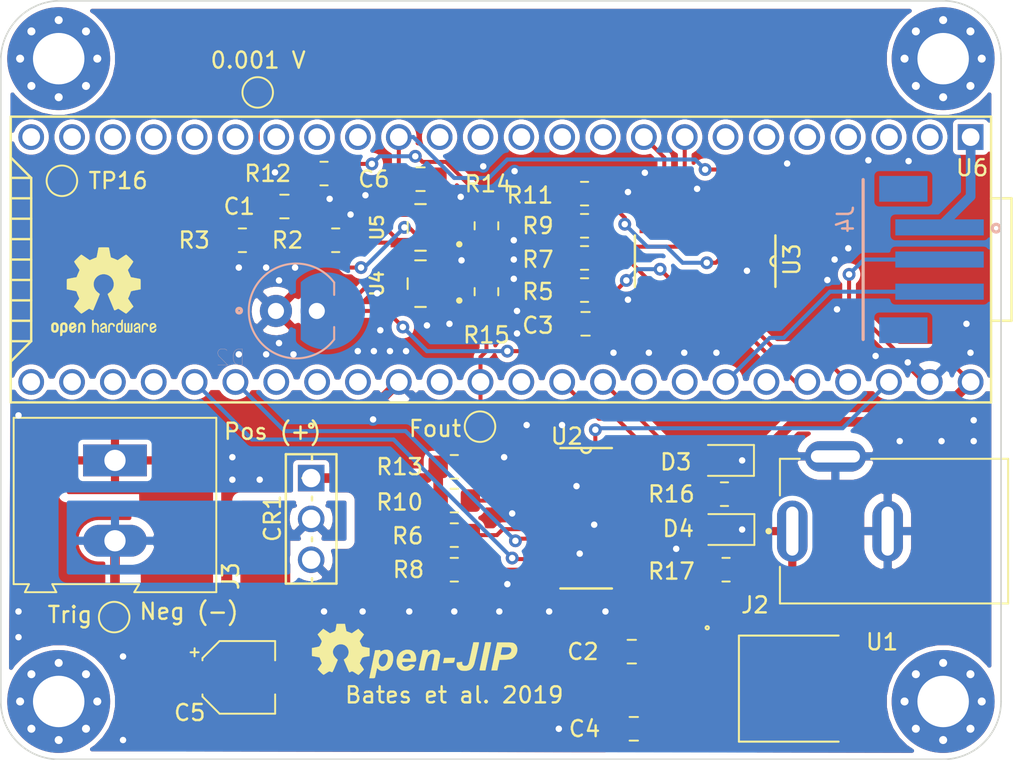
<source format=kicad_pcb>
(kicad_pcb (version 20171130) (host pcbnew "(5.1.9-0-10_14)")
  (layers (0 F.Cu signal) (31 B.Cu signal) (34 B.Paste user) (35 F.Paste user) (36 B.SilkS user) (37 F.SilkS user) (38 B.Mask user) (39 F.Mask user) (44 Edge.Cuts user))
  (net 0 "")
  (net 1 "Net-(C1-Pad2)")
  (net 2 GNDA)
  (net 3 GND)
  (net 4 /Out)
  (net 5 /-IN)
  (net 6 "Net-(C4-Pad2)")
  (net 7 +3V3)
  (net 8 /TrigOut)
  (net 9 "Net-(R5-Pad2)")
  (net 10 "Net-(R6-Pad2)")
  (net 11 FluoroRead)
  (net 12 "Net-(R8-Pad2)")
  (net 13 "Net-(R9-Pad2)")
  (net 14 "Net-(R10-Pad2)")
  (net 15 "Net-(R11-Pad2)")
  (net 16 +5V)
  (net 17 ActinicGain2)
  (net 18 ActinicGain3)
  (net 19 ActinicGain4)
  (net 20 ActinicGain1)
  (net 21 FluoroGain1)
  (net 22 FluoroGain4)
  (net 23 FluoroGain3)
  (net 24 FluoroGain2)
  (net 25 "Net-(D3-Pad2)")
  (net 26 "Net-(D4-Pad2)")
  (net 27 ODEmitter)
  (net 28 +12V)
  (net 29 "Net-(C5-Pad2)")
  (net 30 "Net-(R7-Pad2)")
  (net 31 "Net-(R12-Pad2)")
  (net 32 "Net-(R13-Pad2)")
  (net 33 "Net-(R14-Pad1)")
  (net 34 "Net-(U6-Pad48)")
  (net 35 "Net-(U6-Pad46)")
  (net 36 "Net-(U6-Pad45)")
  (net 37 "Net-(U6-Pad42)")
  (net 38 "Net-(U6-Pad40)")
  (net 39 "Net-(U6-Pad38)")
  (net 40 "Net-(U6-Pad2)")
  (net 41 "Net-(U6-Pad3)")
  (net 42 "Net-(U6-Pad4)")
  (net 43 "Net-(U6-Pad5)")
  (net 44 "Net-(U6-Pad6)")
  (net 45 "Net-(U6-Pad7)")
  (net 46 "Net-(U6-Pad10)")
  (net 47 "Net-(U6-Pad11)")
  (net 48 "Net-(U6-Pad13)")
  (net 49 "Net-(U6-Pad37)")
  (net 50 "Net-(U6-Pad36)")
  (net 51 "Net-(U6-Pad32)")
  (net 52 "Net-(U6-Pad31)")
  (net 53 "Net-(U6-Pad30)")
  (net 54 "Net-(U6-Pad24)")
  (net 55 "Net-(U6-Pad23)")
  (net 56 "Net-(U6-Pad22)")
  (net 57 "Net-(U6-Pad14)")
  (net 58 "Net-(U6-Pad16)")
  (net 59 "Net-(U6-Pad20)")
  (net 60 "Net-(U6-Pad19)")
  (net 61 "Net-(U6-Pad18)")
  (net 62 "Net-(U6-Pad17)")
  (net 63 "Net-(U6-Pad21)")
  (net 64 "Net-(U6-Pad12)")
  (net 65 "Net-(U6-Pad33)")
  (module Symbol:OSHW-Logo2_7.3x6mm_SilkScreen (layer F.Cu) (at 118.8 86.5)
    (fp_text reference REF** hide)
    (fp_text value OSHW-Logo2_7.3x6mm_SilkScreen hide)
  )
  (module Teensy:Teensy35_36 (layer F.Cu) (at 143.5 84.5 180)
    (fp_text reference U6 (at -29.3 5.7 180) (layer F.SilkS))
    (fp_text value Teensy3.6)
    (pad 53 thru_hole circle (at -29.21 -7.62 180) (size 1.6 1.6) (drill 1.1) (layers *.Cu *.Mask) (net 16 +5V))
    (pad 52 thru_hole circle (at -26.67 -7.62 180) (size 1.6 1.6) (drill 1.1) (layers *.Cu *.Mask) (net 2 GNDA))
    (pad 51 thru_hole circle (at -24.13 -7.62 180) (size 1.6 1.6) (drill 1.1) (layers *.Cu *.Mask) (net 7 +3V3))
    (pad 50 thru_hole circle (at -21.59 -7.62 180) (size 1.6 1.6) (drill 1.1) (layers *.Cu *.Mask) (net 21 FluoroGain1))
    (pad 49 thru_hole circle (at -19.05 -7.62 180) (size 1.6 1.6) (drill 1.1) (layers *.Cu *.Mask) (net 22 FluoroGain4))
    (pad 48 thru_hole circle (at -16.51 -7.62 180) (size 1.6 1.6) (drill 1.1) (layers *.Cu *.Mask) (net 34 "Net-(U6-Pad48)"))
    (pad 47 thru_hole circle (at -13.97 -7.62 180) (size 1.6 1.6) (drill 1.1) (layers *.Cu *.Mask) (net 27 ODEmitter))
    (pad 46 thru_hole circle (at -11.43 -7.62 180) (size 1.6 1.6) (drill 1.1) (layers *.Cu *.Mask) (net 35 "Net-(U6-Pad46)"))
    (pad 45 thru_hole circle (at -8.89 -7.62 180) (size 1.6 1.6) (drill 1.1) (layers *.Cu *.Mask) (net 36 "Net-(U6-Pad45)"))
    (pad 44 thru_hole circle (at -6.35 -7.62 180) (size 1.6 1.6) (drill 1.1) (layers *.Cu *.Mask) (net 19 ActinicGain4))
    (pad 43 thru_hole circle (at -3.81 -7.62 180) (size 1.6 1.6) (drill 1.1) (layers *.Cu *.Mask) (net 20 ActinicGain1))
    (pad 42 thru_hole circle (at -1.27 -7.62 180) (size 1.6 1.6) (drill 1.1) (layers *.Cu *.Mask) (net 37 "Net-(U6-Pad42)"))
    (pad 41 thru_hole circle (at 1.27 -7.62 180) (size 1.6 1.6) (drill 1.1) (layers *.Cu *.Mask) (net 11 FluoroRead))
    (pad 40 thru_hole circle (at 3.81 -7.62 180) (size 1.6 1.6) (drill 1.1) (layers *.Cu *.Mask) (net 38 "Net-(U6-Pad40)"))
    (pad 39 thru_hole circle (at 6.35 -7.62 180) (size 1.6 1.6) (drill 1.1) (layers *.Cu *.Mask) (net 3 GND))
    (pad 38 thru_hole circle (at 8.89 -7.62 180) (size 1.6 1.6) (drill 1.1) (layers *.Cu *.Mask) (net 39 "Net-(U6-Pad38)"))
    (pad 1 thru_hole rect (at -29.21 7.62 180) (size 1.6 1.6) (drill 1.1) (layers *.Cu *.Mask) (net 3 GND))
    (pad 2 thru_hole circle (at -26.67 7.62 180) (size 1.6 1.6) (drill 1.1) (layers *.Cu *.Mask) (net 40 "Net-(U6-Pad2)"))
    (pad 3 thru_hole circle (at -24.13 7.62 180) (size 1.6 1.6) (drill 1.1) (layers *.Cu *.Mask) (net 41 "Net-(U6-Pad3)"))
    (pad 4 thru_hole circle (at -21.59 7.62 180) (size 1.6 1.6) (drill 1.1) (layers *.Cu *.Mask) (net 42 "Net-(U6-Pad4)"))
    (pad 5 thru_hole circle (at -19.05 7.62 180) (size 1.6 1.6) (drill 1.1) (layers *.Cu *.Mask) (net 43 "Net-(U6-Pad5)"))
    (pad 6 thru_hole circle (at -16.51 7.62 180) (size 1.6 1.6) (drill 1.1) (layers *.Cu *.Mask) (net 44 "Net-(U6-Pad6)"))
    (pad 7 thru_hole circle (at -13.97 7.62 180) (size 1.6 1.6) (drill 1.1) (layers *.Cu *.Mask) (net 45 "Net-(U6-Pad7)"))
    (pad 8 thru_hole circle (at -11.43 7.62 180) (size 1.6 1.6) (drill 1.1) (layers *.Cu *.Mask) (net 24 FluoroGain2))
    (pad 9 thru_hole circle (at -8.89 7.62 180) (size 1.6 1.6) (drill 1.1) (layers *.Cu *.Mask) (net 23 FluoroGain3))
    (pad 10 thru_hole circle (at -6.35 7.62 180) (size 1.6 1.6) (drill 1.1) (layers *.Cu *.Mask) (net 46 "Net-(U6-Pad10)"))
    (pad 11 thru_hole circle (at -3.81 7.62 180) (size 1.6 1.6) (drill 1.1) (layers *.Cu *.Mask) (net 47 "Net-(U6-Pad11)"))
    (pad 12 thru_hole circle (at -1.27 7.62 180) (size 1.6 1.6) (drill 1.1) (layers *.Cu *.Mask) (net 64 "Net-(U6-Pad12)"))
    (pad 13 thru_hole circle (at 1.27 7.62 180) (size 1.6 1.6) (drill 1.1) (layers *.Cu *.Mask) (net 48 "Net-(U6-Pad13)"))
    (pad 37 thru_hole circle (at 11.43 -7.62 180) (size 1.6 1.6) (drill 1.1) (layers *.Cu *.Mask) (net 49 "Net-(U6-Pad37)"))
    (pad 36 thru_hole circle (at 13.97 -7.62 180) (size 1.6 1.6) (drill 1.1) (layers *.Cu *.Mask) (net 50 "Net-(U6-Pad36)"))
    (pad 35 thru_hole circle (at 16.51 -7.62 180) (size 1.6 1.6) (drill 1.1) (layers *.Cu *.Mask) (net 17 ActinicGain2))
    (pad 34 thru_hole circle (at 19.05 -7.62 180) (size 1.6 1.6) (drill 1.1) (layers *.Cu *.Mask) (net 18 ActinicGain3))
    (pad 33 thru_hole circle (at 21.59 -7.62 180) (size 1.6 1.6) (drill 1.1) (layers *.Cu *.Mask) (net 65 "Net-(U6-Pad33)"))
    (pad 32 thru_hole circle (at 24.13 -7.62 180) (size 1.6 1.6) (drill 1.1) (layers *.Cu *.Mask) (net 51 "Net-(U6-Pad32)"))
    (pad 31 thru_hole circle (at 26.67 -7.62 180) (size 1.6 1.6) (drill 1.1) (layers *.Cu *.Mask) (net 52 "Net-(U6-Pad31)"))
    (pad 30 thru_hole circle (at 29.21 -7.62 180) (size 1.6 1.6) (drill 1.1) (layers *.Cu *.Mask) (net 53 "Net-(U6-Pad30)"))
    (pad 24 thru_hole circle (at 29.21 7.62 180) (size 1.6 1.6) (drill 1.1) (layers *.Cu *.Mask) (net 54 "Net-(U6-Pad24)"))
    (pad 23 thru_hole circle (at 26.67 7.62 180) (size 1.6 1.6) (drill 1.1) (layers *.Cu *.Mask) (net 55 "Net-(U6-Pad23)"))
    (pad 22 thru_hole circle (at 24.13 7.62 180) (size 1.6 1.6) (drill 1.1) (layers *.Cu *.Mask) (net 56 "Net-(U6-Pad22)"))
    (pad 21 thru_hole circle (at 21.59 7.62 180) (size 1.6 1.6) (drill 1.1) (layers *.Cu *.Mask) (net 63 "Net-(U6-Pad21)"))
    (pad 14 thru_hole circle (at 3.81 7.62 180) (size 1.6 1.6) (drill 1.1) (layers *.Cu *.Mask) (net 57 "Net-(U6-Pad14)"))
    (pad 15 thru_hole circle (at 6.35 7.62 180) (size 1.6 1.6) (drill 1.1) (layers *.Cu *.Mask) (net 7 +3V3))
    (pad 16 thru_hole circle (at 8.89 7.62 180) (size 1.6 1.6) (drill 1.1) (layers *.Cu *.Mask) (net 58 "Net-(U6-Pad16)"))
    (pad 20 thru_hole circle (at 19.05 7.62 180) (size 1.6 1.6) (drill 1.1) (layers *.Cu *.Mask) (net 59 "Net-(U6-Pad20)"))
    (pad 19 thru_hole circle (at 16.51 7.62 180) (size 1.6 1.6) (drill 1.1) (layers *.Cu *.Mask) (net 60 "Net-(U6-Pad19)"))
    (pad 18 thru_hole circle (at 13.97 7.62 180) (size 1.6 1.6) (drill 1.1) (layers *.Cu *.Mask) (net 61 "Net-(U6-Pad18)"))
    (pad 17 thru_hole circle (at 11.43 7.62 180) (size 1.6 1.6) (drill 1.1) (layers *.Cu *.Mask) (net 62 "Net-(U6-Pad17)"))
  )
  (module MountingHole:MountingHole_3.2mm_M3_Pad_Via (layer F.Cu) (at 171 112)
    (fp_text reference REF** hide)
    (fp_text value MountingHole_3.2mm_M3_Pad_Via)
    (pad 1 thru_hole circle (at 0 0) (size 6.4 6.4) (drill 3.2) (layers *.Cu *.Mask))
    (pad 1 thru_hole circle (at 2.4 0) (size 0.8 0.8) (drill 0.5) (layers *.Cu *.Mask))
    (pad 1 thru_hole circle (at 1.697056 1.697056) (size 0.8 0.8) (drill 0.5) (layers *.Cu *.Mask))
    (pad 1 thru_hole circle (at 0 2.4) (size 0.8 0.8) (drill 0.5) (layers *.Cu *.Mask))
    (pad 1 thru_hole circle (at -1.697056 1.697056) (size 0.8 0.8) (drill 0.5) (layers *.Cu *.Mask))
    (pad 1 thru_hole circle (at -2.4 0) (size 0.8 0.8) (drill 0.5) (layers *.Cu *.Mask))
    (pad 1 thru_hole circle (at -1.697056 -1.697056) (size 0.8 0.8) (drill 0.5) (layers *.Cu *.Mask))
    (pad 1 thru_hole circle (at 0 -2.4) (size 0.8 0.8) (drill 0.5) (layers *.Cu *.Mask))
    (pad 1 thru_hole circle (at 1.697056 -1.697056) (size 0.8 0.8) (drill 0.5) (layers *.Cu *.Mask))
  )
  (module MountingHole:MountingHole_3.2mm_M3_Pad_Via (layer F.Cu) (at 116 112)
    (fp_text reference REF** hide)
    (fp_text value MountingHole_3.2mm_M3_Pad_Via)
    (pad 1 thru_hole circle (at 0 0) (size 6.4 6.4) (drill 3.2) (layers *.Cu *.Mask))
    (pad 1 thru_hole circle (at 2.4 0) (size 0.8 0.8) (drill 0.5) (layers *.Cu *.Mask))
    (pad 1 thru_hole circle (at 1.697056 1.697056) (size 0.8 0.8) (drill 0.5) (layers *.Cu *.Mask))
    (pad 1 thru_hole circle (at 0 2.4) (size 0.8 0.8) (drill 0.5) (layers *.Cu *.Mask))
    (pad 1 thru_hole circle (at -1.697056 1.697056) (size 0.8 0.8) (drill 0.5) (layers *.Cu *.Mask))
    (pad 1 thru_hole circle (at -2.4 0) (size 0.8 0.8) (drill 0.5) (layers *.Cu *.Mask))
    (pad 1 thru_hole circle (at -1.697056 -1.697056) (size 0.8 0.8) (drill 0.5) (layers *.Cu *.Mask))
    (pad 1 thru_hole circle (at 0 -2.4) (size 0.8 0.8) (drill 0.5) (layers *.Cu *.Mask))
    (pad 1 thru_hole circle (at 1.697056 -1.697056) (size 0.8 0.8) (drill 0.5) (layers *.Cu *.Mask))
  )
  (module MountingHole:MountingHole_3.2mm_M3_Pad_Via (layer F.Cu) (at 171 72)
    (fp_text reference REF** hide)
    (fp_text value MountingHole_3.2mm_M3_Pad_Via)
    (pad 1 thru_hole circle (at 0 0) (size 6.4 6.4) (drill 3.2) (layers *.Cu *.Mask))
    (pad 1 thru_hole circle (at 2.4 0) (size 0.8 0.8) (drill 0.5) (layers *.Cu *.Mask))
    (pad 1 thru_hole circle (at 1.697056 1.697056) (size 0.8 0.8) (drill 0.5) (layers *.Cu *.Mask))
    (pad 1 thru_hole circle (at 0 2.4) (size 0.8 0.8) (drill 0.5) (layers *.Cu *.Mask))
    (pad 1 thru_hole circle (at -1.697056 1.697056) (size 0.8 0.8) (drill 0.5) (layers *.Cu *.Mask))
    (pad 1 thru_hole circle (at -2.4 0) (size 0.8 0.8) (drill 0.5) (layers *.Cu *.Mask))
    (pad 1 thru_hole circle (at -1.697056 -1.697056) (size 0.8 0.8) (drill 0.5) (layers *.Cu *.Mask))
    (pad 1 thru_hole circle (at 0 -2.4) (size 0.8 0.8) (drill 0.5) (layers *.Cu *.Mask))
    (pad 1 thru_hole circle (at 1.697056 -1.697056) (size 0.8 0.8) (drill 0.5) (layers *.Cu *.Mask))
  )
  (module MountingHole:MountingHole_3.2mm_M3_Pad_Via (layer F.Cu) (at 116 72)
    (fp_text reference REF** hide)
    (fp_text value MountingHole_3.2mm_M3_Pad_Via)
    (pad 1 thru_hole circle (at 0 0) (size 6.4 6.4) (drill 3.2) (layers *.Cu *.Mask))
    (pad 1 thru_hole circle (at 2.4 0) (size 0.8 0.8) (drill 0.5) (layers *.Cu *.Mask))
    (pad 1 thru_hole circle (at 1.697056 1.697056) (size 0.8 0.8) (drill 0.5) (layers *.Cu *.Mask))
    (pad 1 thru_hole circle (at 0 2.4) (size 0.8 0.8) (drill 0.5) (layers *.Cu *.Mask))
    (pad 1 thru_hole circle (at -1.697056 1.697056) (size 0.8 0.8) (drill 0.5) (layers *.Cu *.Mask))
    (pad 1 thru_hole circle (at -2.4 0) (size 0.8 0.8) (drill 0.5) (layers *.Cu *.Mask))
    (pad 1 thru_hole circle (at -1.697056 -1.697056) (size 0.8 0.8) (drill 0.5) (layers *.Cu *.Mask))
    (pad 1 thru_hole circle (at 0 -2.4) (size 0.8 0.8) (drill 0.5) (layers *.Cu *.Mask))
    (pad 1 thru_hole circle (at 1.697056 -1.697056) (size 0.8 0.8) (drill 0.5) (layers *.Cu *.Mask))
  )
  (module "Additional-parts:JST_B3B-PH-SM4-TB(LF)(SN)" (layer B.Cu) (at 168.525 84.5 270)
    (fp_text reference J4 (at -2.505665 3.595695 270) (layer B.SilkS) (effects (font (size 1.001866 1.001866)) (justify mirror)))
    (fp_text value "B3B-PH-SM4-TB(LF)(SN)")
    (pad 5 smd rect (at -4.4 0 270) (size 1.6 3) (layers B.Cu B.Paste B.Mask))
    (pad 4 smd rect (at 4.4 0 270) (size 1.6 3) (layers B.Cu B.Paste B.Mask))
    (pad 3 smd rect (at 2 -2.25 270) (size 1 5.5) (layers B.Cu B.Paste B.Mask) (net 27 ODEmitter))
    (pad 2 smd rect (at 0 -2.25 270) (size 1 5.5) (layers B.Cu B.Paste B.Mask) (net 16 +5V))
    (pad 1 smd rect (at -2 -2.25 270) (size 1 5.5) (layers B.Cu B.Paste B.Mask) (net 3 GND))
  )
  (module Additional-parts:SOT95P280X145-5N (layer F.Cu) (at 138.5 82.5 180)
    (fp_text reference U5 (at 2.7 0 90) (layer F.SilkS) (effects (font (size 0.8 0.8))))
    (fp_text value OPA320AIDBVT)
    (pad 5 smd rect (at 1.255 -0.95 180) (size 1.21 0.59) (layers F.Cu F.Paste F.Mask) (net 7 +3V3))
    (pad 4 smd rect (at 1.255 0.95 180) (size 1.21 0.59) (layers F.Cu F.Paste F.Mask) (net 31 "Net-(R12-Pad2)"))
    (pad 3 smd rect (at -1.255 0.95 180) (size 1.21 0.59) (layers F.Cu F.Paste F.Mask) (net 4 /Out))
    (pad 2 smd rect (at -1.255 0 180) (size 1.21 0.59) (layers F.Cu F.Paste F.Mask) (net 2 GNDA))
    (pad 1 smd rect (at -1.255 -0.95 180) (size 1.21 0.59) (layers F.Cu F.Paste F.Mask) (net 33 "Net-(R14-Pad1)"))
  )
  (module Additional-parts:SOT95P280X145-5N (layer F.Cu) (at 138.5 86 180)
    (fp_text reference U4 (at 2.7 0 90) (layer F.SilkS) (effects (font (size 0.8 0.8))))
    (fp_text value OPA320AIDBVT)
    (pad 5 smd rect (at 1.255 -0.95 180) (size 1.21 0.59) (layers F.Cu F.Paste F.Mask) (net 7 +3V3))
    (pad 4 smd rect (at 1.255 0.95 180) (size 1.21 0.59) (layers F.Cu F.Paste F.Mask) (net 5 /-IN))
    (pad 3 smd rect (at -1.255 0.95 180) (size 1.21 0.59) (layers F.Cu F.Paste F.Mask) (net 1 "Net-(C1-Pad2)"))
    (pad 2 smd rect (at -1.255 0 180) (size 1.21 0.59) (layers F.Cu F.Paste F.Mask) (net 2 GNDA))
    (pad 1 smd rect (at -1.255 -0.95 180) (size 1.21 0.59) (layers F.Cu F.Paste F.Mask) (net 4 /Out))
  )
  (module Additional-parts:VREG_L7805CDT-TR (layer F.Cu) (at 160.23 111.2 270)
    (fp_text reference U1 (at -2.9 -6.97 180) (layer F.SilkS))
    (fp_text value L7806CD2T-TR)
    (pad 3 smd rect (at 0 -2.47 270) (size 5.86 5.57) (layers F.Cu F.Mask) (net 3 GND))
    (pad 2 smd rect (at 2.28 4.2 270) (size 0.98 2.4) (layers F.Cu F.Paste F.Mask) (net 6 "Net-(C4-Pad2)"))
    (pad 1 smd rect (at -2.28 4.2 270) (size 0.98 2.4) (layers F.Cu F.Paste F.Mask) (net 28 +12V))
  )
  (module Additional-parts:SOIC127P600X175-14N (layer F.Cu) (at 156.2 84.6 270)
    (fp_text reference U3 (at -0.1 -5.4 90) (layer F.SilkS))
    (fp_text value 74HC4066D,653)
    (pad 14 smd rect (at 2.5908 -3.81 270) (size 1.7018 0.5334) (layers F.Cu F.Paste F.Mask) (net 7 +3V3))
    (pad 13 smd rect (at 2.5908 -2.54 270) (size 1.7018 0.5334) (layers F.Cu F.Paste F.Mask) (net 21 FluoroGain1))
    (pad 12 smd rect (at 2.5908 -1.27 270) (size 1.7018 0.5334) (layers F.Cu F.Paste F.Mask) (net 22 FluoroGain4))
    (pad 11 smd rect (at 2.5908 0 270) (size 1.7018 0.5334) (layers F.Cu F.Paste F.Mask) (net 5 /-IN))
    (pad 10 smd rect (at 2.5908 1.27 270) (size 1.7018 0.5334) (layers F.Cu F.Paste F.Mask) (net 9 "Net-(R5-Pad2)"))
    (pad 9 smd rect (at 2.5908 2.54 270) (size 1.7018 0.5334) (layers F.Cu F.Paste F.Mask) (net 30 "Net-(R7-Pad2)"))
    (pad 8 smd rect (at 2.5908 3.81 270) (size 1.7018 0.5334) (layers F.Cu F.Paste F.Mask) (net 5 /-IN))
    (pad 7 smd rect (at -2.5908 3.81 270) (size 1.7018 0.5334) (layers F.Cu F.Paste F.Mask) (net 2 GNDA))
    (pad 6 smd rect (at -2.5908 2.54 270) (size 1.7018 0.5334) (layers F.Cu F.Paste F.Mask) (net 23 FluoroGain3))
    (pad 5 smd rect (at -2.5908 1.27 270) (size 1.7018 0.5334) (layers F.Cu F.Paste F.Mask) (net 24 FluoroGain2))
    (pad 4 smd rect (at -2.5908 0 270) (size 1.7018 0.5334) (layers F.Cu F.Paste F.Mask) (net 5 /-IN))
    (pad 3 smd rect (at -2.5908 -1.27 270) (size 1.7018 0.5334) (layers F.Cu F.Paste F.Mask) (net 13 "Net-(R9-Pad2)"))
    (pad 2 smd rect (at -2.5908 -2.54 270) (size 1.7018 0.5334) (layers F.Cu F.Paste F.Mask) (net 15 "Net-(R11-Pad2)"))
    (pad 1 smd rect (at -2.5908 -3.81 270) (size 1.7018 0.5334) (layers F.Cu F.Paste F.Mask) (net 5 /-IN))
  )
  (module Additional-parts:SOIC127P600X175-14N (layer F.Cu) (at 148.8 100.6)
    (fp_text reference U2 (at -1.2 -5.1) (layer F.SilkS))
    (fp_text value 74HC4066D,653)
    (pad 14 smd rect (at 2.5908 -3.81) (size 1.7018 0.5334) (layers F.Cu F.Paste F.Mask) (net 7 +3V3))
    (pad 13 smd rect (at 2.5908 -2.54) (size 1.7018 0.5334) (layers F.Cu F.Paste F.Mask) (net 20 ActinicGain1))
    (pad 12 smd rect (at 2.5908 -1.27) (size 1.7018 0.5334) (layers F.Cu F.Paste F.Mask) (net 19 ActinicGain4))
    (pad 11 smd rect (at 2.5908 0) (size 1.7018 0.5334) (layers F.Cu F.Paste F.Mask) (net 7 +3V3))
    (pad 10 smd rect (at 2.5908 1.27) (size 1.7018 0.5334) (layers F.Cu F.Paste F.Mask) (net 10 "Net-(R6-Pad2)"))
    (pad 9 smd rect (at 2.5908 2.54) (size 1.7018 0.5334) (layers F.Cu F.Paste F.Mask) (net 12 "Net-(R8-Pad2)"))
    (pad 8 smd rect (at 2.5908 3.81) (size 1.7018 0.5334) (layers F.Cu F.Paste F.Mask) (net 7 +3V3))
    (pad 7 smd rect (at -2.5908 3.81) (size 1.7018 0.5334) (layers F.Cu F.Paste F.Mask) (net 3 GND))
    (pad 6 smd rect (at -2.5908 2.54) (size 1.7018 0.5334) (layers F.Cu F.Paste F.Mask) (net 18 ActinicGain3))
    (pad 5 smd rect (at -2.5908 1.27) (size 1.7018 0.5334) (layers F.Cu F.Paste F.Mask) (net 17 ActinicGain2))
    (pad 4 smd rect (at -2.5908 0) (size 1.7018 0.5334) (layers F.Cu F.Paste F.Mask) (net 7 +3V3))
    (pad 3 smd rect (at -2.5908 -1.27) (size 1.7018 0.5334) (layers F.Cu F.Paste F.Mask) (net 14 "Net-(R10-Pad2)"))
    (pad 2 smd rect (at -2.5908 -2.54) (size 1.7018 0.5334) (layers F.Cu F.Paste F.Mask) (net 32 "Net-(R13-Pad2)"))
    (pad 1 smd rect (at -2.5908 -3.81) (size 1.7018 0.5334) (layers F.Cu F.Paste F.Mask) (net 7 +3V3))
  )
  (module TestPoint:TestPoint_Pad_D1.5mm (layer F.Cu) (at 142.2 94.9 180)
    (fp_text reference Fout (at 2.8 -0.125) (layer F.SilkS))
    (fp_text value OA-Out)
    (pad 1 smd circle (at 0 0 180) (size 1.5 1.5) (layers F.Cu F.Mask) (net 11 FluoroRead))
  )
  (module TestPoint:TestPoint_Pad_D1.5mm (layer F.Cu) (at 119.45 106.75)
    (fp_text reference Trig (at -2.75 -0.15) (layer F.SilkS))
    (fp_text value TrigOut)
    (pad 1 smd circle (at 0 0) (size 1.5 1.5) (layers F.Cu F.Mask) (net 29 "Net-(C5-Pad2)"))
  )
  (module TestPoint:TestPoint_Pad_D1.5mm (layer F.Cu) (at 116.2 79.6)
    (fp_text reference TP16 (at 3.5 0) (layer F.SilkS))
    (fp_text value AGND)
    (pad 1 smd circle (at 0 0) (size 1.5 1.5) (layers F.Cu F.Mask) (net 2 GNDA))
  )
  (module TestPoint:TestPoint_Pad_D1.5mm (layer F.Cu) (at 128.375 74.1)
    (fp_text reference "0.001 V" (at 0.025 -2) (layer F.SilkS))
    (fp_text value 0.001)
    (pad 1 smd circle (at 0 0) (size 1.5 1.5) (layers F.Cu F.Mask) (net 1 "Net-(C1-Pad2)"))
  )
  (module Resistor_SMD:R_0805_2012Metric_Pad1.20x1.40mm_HandSolder (layer F.Cu) (at 142.6 82.4 90)
    (fp_text reference R14 (at 2.6 0.1) (layer F.SilkS))
    (fp_text value 50K)
    (pad 2 smd roundrect (at 1 0 90) (size 1.2 1.4) (layers F.Cu F.Paste F.Mask) (roundrect_rratio 0.2083325) (net 31 "Net-(R12-Pad2)"))
    (pad 1 smd roundrect (at -1 0 90) (size 1.2 1.4) (layers F.Cu F.Paste F.Mask) (roundrect_rratio 0.2083325) (net 33 "Net-(R14-Pad1)"))
  )
  (module Resistor_SMD:R_0805_2012Metric_Pad1.20x1.40mm_HandSolder (layer F.Cu) (at 132.5 79.15)
    (fp_text reference R12 (at -3.5 0) (layer F.SilkS))
    (fp_text value 300)
    (pad 2 smd roundrect (at 1 0) (size 1.2 1.4) (layers F.Cu F.Paste F.Mask) (roundrect_rratio 0.2083325) (net 31 "Net-(R12-Pad2)"))
    (pad 1 smd roundrect (at -1 0) (size 1.2 1.4) (layers F.Cu F.Paste F.Mask) (roundrect_rratio 0.2083325) (net 2 GNDA))
  )
  (module Resistor_SMD:R_0805_2012Metric_Pad1.20x1.40mm_HandSolder (layer F.Cu) (at 157.5 103.8 180)
    (fp_text reference R17 (at 3.4 -0.1) (layer F.SilkS))
    (fp_text value 15K)
    (pad 2 smd roundrect (at 1 0 180) (size 1.2 1.4) (layers F.Cu F.Paste F.Mask) (roundrect_rratio 0.2083325) (net 26 "Net-(D4-Pad2)"))
    (pad 1 smd roundrect (at -1 0 180) (size 1.2 1.4) (layers F.Cu F.Paste F.Mask) (roundrect_rratio 0.2083325) (net 28 +12V))
  )
  (module Resistor_SMD:R_0805_2012Metric_Pad1.20x1.40mm_HandSolder (layer F.Cu) (at 157.4 99.1 180)
    (fp_text reference R16 (at 3.3 0) (layer F.SilkS))
    (fp_text value 1K)
    (pad 2 smd roundrect (at 1 0 180) (size 1.2 1.4) (layers F.Cu F.Paste F.Mask) (roundrect_rratio 0.2083325) (net 25 "Net-(D3-Pad2)"))
    (pad 1 smd roundrect (at -1 0 180) (size 1.2 1.4) (layers F.Cu F.Paste F.Mask) (roundrect_rratio 0.2083325) (net 16 +5V))
  )
  (module Resistor_SMD:R_0805_2012Metric_Pad1.20x1.40mm_HandSolder (layer F.Cu) (at 140.6 97.4)
    (fp_text reference R13 (at -3.4 0) (layer F.SilkS))
    (fp_text value 5.1K)
    (pad 2 smd roundrect (at 1 0) (size 1.2 1.4) (layers F.Cu F.Paste F.Mask) (roundrect_rratio 0.2083325) (net 32 "Net-(R13-Pad2)"))
    (pad 1 smd roundrect (at -1 0) (size 1.2 1.4) (layers F.Cu F.Paste F.Mask) (roundrect_rratio 0.2083325) (net 8 /TrigOut))
  )
  (module Resistor_SMD:R_0805_2012Metric_Pad1.20x1.40mm_HandSolder (layer F.Cu) (at 148.7 80.4)
    (fp_text reference R11 (at -3.4 0.1) (layer F.SilkS))
    (fp_text value 100K)
    (pad 2 smd roundrect (at 1 0) (size 1.2 1.4) (layers F.Cu F.Paste F.Mask) (roundrect_rratio 0.2083325) (net 15 "Net-(R11-Pad2)"))
    (pad 1 smd roundrect (at -1 0) (size 1.2 1.4) (layers F.Cu F.Paste F.Mask) (roundrect_rratio 0.2083325) (net 4 /Out))
  )
  (module Resistor_SMD:R_0805_2012Metric_Pad1.20x1.40mm_HandSolder (layer F.Cu) (at 140.6 99.5)
    (fp_text reference R10 (at -3.4 0.1) (layer F.SilkS))
    (fp_text value 6.8K)
    (pad 2 smd roundrect (at 1 0) (size 1.2 1.4) (layers F.Cu F.Paste F.Mask) (roundrect_rratio 0.2083325) (net 14 "Net-(R10-Pad2)"))
    (pad 1 smd roundrect (at -1 0) (size 1.2 1.4) (layers F.Cu F.Paste F.Mask) (roundrect_rratio 0.2083325) (net 8 /TrigOut))
  )
  (module Resistor_SMD:R_0805_2012Metric_Pad1.20x1.40mm_HandSolder (layer F.Cu) (at 148.7 82.4)
    (fp_text reference R9 (at -2.9 0) (layer F.SilkS))
    (fp_text value 50K)
    (pad 2 smd roundrect (at 1 0) (size 1.2 1.4) (layers F.Cu F.Paste F.Mask) (roundrect_rratio 0.2083325) (net 13 "Net-(R9-Pad2)"))
    (pad 1 smd roundrect (at -1 0) (size 1.2 1.4) (layers F.Cu F.Paste F.Mask) (roundrect_rratio 0.2083325) (net 4 /Out))
  )
  (module Resistor_SMD:R_0805_2012Metric_Pad1.20x1.40mm_HandSolder (layer F.Cu) (at 142.6 86.5 90)
    (fp_text reference R15 (at -2.7 0 180) (layer F.SilkS))
    (fp_text value 47)
    (pad 2 smd roundrect (at 1 0 90) (size 1.2 1.4) (layers F.Cu F.Paste F.Mask) (roundrect_rratio 0.2083325) (net 33 "Net-(R14-Pad1)"))
    (pad 1 smd roundrect (at -1 0 90) (size 1.2 1.4) (layers F.Cu F.Paste F.Mask) (roundrect_rratio 0.2083325) (net 11 FluoroRead))
  )
  (module Resistor_SMD:R_0805_2012Metric_Pad1.20x1.40mm_HandSolder (layer F.Cu) (at 140.6 103.8)
    (fp_text reference R8 (at -2.85 0) (layer F.SilkS))
    (fp_text value 8.2K)
    (pad 2 smd roundrect (at 1 0) (size 1.2 1.4) (layers F.Cu F.Paste F.Mask) (roundrect_rratio 0.2083325) (net 12 "Net-(R8-Pad2)"))
    (pad 1 smd roundrect (at -1 0) (size 1.2 1.4) (layers F.Cu F.Paste F.Mask) (roundrect_rratio 0.2083325) (net 8 /TrigOut))
  )
  (module Resistor_SMD:R_0805_2012Metric_Pad1.20x1.40mm_HandSolder (layer F.Cu) (at 148.7 84.4)
    (fp_text reference R7 (at -2.9 0.1) (layer F.SilkS))
    (fp_text value 20K)
    (pad 2 smd roundrect (at 1 0) (size 1.2 1.4) (layers F.Cu F.Paste F.Mask) (roundrect_rratio 0.2083325) (net 30 "Net-(R7-Pad2)"))
    (pad 1 smd roundrect (at -1 0) (size 1.2 1.4) (layers F.Cu F.Paste F.Mask) (roundrect_rratio 0.2083325) (net 4 /Out))
  )
  (module Resistor_SMD:R_0805_2012Metric_Pad1.20x1.40mm_HandSolder (layer F.Cu) (at 140.6 101.65)
    (fp_text reference R6 (at -2.9 0.05) (layer F.SilkS))
    (fp_text value 10K)
    (pad 2 smd roundrect (at 1 0) (size 1.2 1.4) (layers F.Cu F.Paste F.Mask) (roundrect_rratio 0.2083325) (net 10 "Net-(R6-Pad2)"))
    (pad 1 smd roundrect (at -1 0) (size 1.2 1.4) (layers F.Cu F.Paste F.Mask) (roundrect_rratio 0.2083325) (net 8 /TrigOut))
  )
  (module Resistor_SMD:R_0805_2012Metric_Pad1.20x1.40mm_HandSolder (layer F.Cu) (at 148.7 86.4)
    (fp_text reference R5 (at -2.9 0.1) (layer F.SilkS))
    (fp_text value 10K)
    (pad 2 smd roundrect (at 1 0) (size 1.2 1.4) (layers F.Cu F.Paste F.Mask) (roundrect_rratio 0.2083325) (net 9 "Net-(R5-Pad2)"))
    (pad 1 smd roundrect (at -1 0) (size 1.2 1.4) (layers F.Cu F.Paste F.Mask) (roundrect_rratio 0.2083325) (net 4 /Out))
  )
  (module Resistor_SMD:R_0805_2012Metric_Pad1.20x1.40mm_HandSolder (layer F.Cu) (at 127.425 83.3)
    (fp_text reference R3 (at -3 0) (layer F.SilkS))
    (fp_text value 5)
    (pad 2 smd roundrect (at 1 0) (size 1.2 1.4) (layers F.Cu F.Paste F.Mask) (roundrect_rratio 0.2083325) (net 1 "Net-(C1-Pad2)"))
    (pad 1 smd roundrect (at -1 0) (size 1.2 1.4) (layers F.Cu F.Paste F.Mask) (roundrect_rratio 0.2083325) (net 2 GNDA))
  )
  (module Resistor_SMD:R_0805_2012Metric_Pad1.20x1.40mm_HandSolder (layer F.Cu) (at 133.225 83.3)
    (fp_text reference R2 (at -3 0) (layer F.SilkS))
    (fp_text value 20K)
    (pad 2 smd roundrect (at 1 0) (size 1.2 1.4) (layers F.Cu F.Paste F.Mask) (roundrect_rratio 0.2083325) (net 7 +3V3))
    (pad 1 smd roundrect (at -1 0) (size 1.2 1.4) (layers F.Cu F.Paste F.Mask) (roundrect_rratio 0.2083325) (net 1 "Net-(C1-Pad2)"))
  )
  (module TerminalBlock:TerminalBlock_Altech_AK300-2_P5.00mm (layer F.Cu) (at 119.5 97 270)
    (fp_text reference J3 (at 7.2 -7.2 90) (layer F.SilkS))
    (fp_text value Screw_Terminal_01x02)
    (pad 2 thru_hole oval (at 5 0 270) (size 1.98 3.96) (drill 1.32) (layers *.Cu *.Mask) (net 29 "Net-(C5-Pad2)"))
    (pad 1 thru_hole rect (at 0 0 270) (size 1.98 3.96) (drill 1.32) (layers *.Cu *.Mask) (net 6 "Net-(C4-Pad2)"))
  )
  (module Additional-parts:DCJack_MPD_EJ503A (layer F.Cu) (at 164.3 101.4 90)
    (fp_text reference J2 (at -4.6 -5 180) (layer F.SilkS))
    (fp_text value EJ503A)
    (pad 1 thru_hole oval (at 0 -2.68 90) (size 3.8 1.9) (drill oval 3.05 0.76) (layers *.Cu *.Mask) (net 28 +12V))
    (pad 2 thru_hole oval (at 0 3.25 90) (size 3.8 1.9) (drill oval 3.05 0.76) (layers *.Cu *.Mask) (net 3 GND))
    (pad 3 thru_hole oval (at 4.65 0 90) (size 1.9 3.8) (drill oval 0.76 3.05) (layers *.Cu *.Mask) (net 3 GND))
  )
  (module LED_SMD:LED_0805_2012Metric_Pad1.15x1.40mm_HandSolder (layer F.Cu) (at 157.4 101.3 180)
    (fp_text reference D4 (at 2.875 0.05) (layer F.SilkS))
    (fp_text value LED)
    (pad 2 smd roundrect (at 1.025 0 180) (size 1.15 1.4) (layers F.Cu F.Paste F.Mask) (roundrect_rratio 0.2173904347826087) (net 26 "Net-(D4-Pad2)"))
    (pad 1 smd roundrect (at -1.025 0 180) (size 1.15 1.4) (layers F.Cu F.Paste F.Mask) (roundrect_rratio 0.2173904347826087) (net 3 GND))
  )
  (module LED_SMD:LED_0805_2012Metric_Pad1.15x1.40mm_HandSolder (layer F.Cu) (at 157.375 97 180)
    (fp_text reference D3 (at 3 -0.1) (layer F.SilkS))
    (fp_text value LED)
    (pad 2 smd roundrect (at 1.025 0 180) (size 1.15 1.4) (layers F.Cu F.Paste F.Mask) (roundrect_rratio 0.2173904347826087) (net 25 "Net-(D3-Pad2)"))
    (pad 1 smd roundrect (at -1.025 0 180) (size 1.15 1.4) (layers F.Cu F.Paste F.Mask) (roundrect_rratio 0.2173904347826087) (net 3 GND))
  )
  (module Additional-parts:SFH_213_FA (layer B.Cu) (at 130.78 87.7)
    (fp_text reference D2 (at -4.1 2.9) (layer B.SilkS) (effects (font (thickness 0.015)) (justify mirror)))
    (fp_text value SFH_213_FA)
    (fp_poly (pts (xy 0.27 0.06) (xy 0.27 1.79) (xy 0.325072 1.838669) (xy 0.369937 1.876115) (xy 0.415724 1.912427) (xy 0.462405 1.947583) (xy 0.509951 1.981559) (xy 0.558332 2.014336) (xy 0.607517 2.045893) (xy 0.657477 2.076209) (xy 0.708179 2.105266) (xy 0.759592 2.133046) (xy 0.811684 2.159531) (xy 0.864422 2.184704) (xy 0.917774 2.208551) (xy 0.971705 2.231055) (xy 1.026182 2.252204) (xy 1.081171 2.271983) (xy 1.136638 2.290381) (xy 1.192548 2.307385) (xy 1.248865 2.322986) (xy 1.305555 2.337173) (xy 1.362582 2.349937) (xy 1.419911 2.361271) (xy 1.477505 2.371168) (xy 1.535329 2.37962) (xy 1.593346 2.386624) (xy 1.65152 2.392174) (xy 1.709815 2.396268) (xy 1.768193 2.398902) (xy 1.82662 2.400075) (xy 1.87 2.4) (xy 1.895 2.4) (xy 2.027992 2.394465) (xy 2.152129 2.382621) (xy 2.275487 2.364368) (xy 2.397735 2.339756) (xy 2.518545 2.308849) (xy 2.637594 2.271732) (xy 2.754563 2.228503) (xy 2.869137 2.179278) (xy 2.98101 2.124189) (xy 3.089882 2.063384) (xy 3.195461 1.997026) (xy 3.297464 1.925292) (xy 3.395618 1.848376) (xy 3.48966 1.766483) (xy 3.579337 1.679832) (xy 3.66441 1.588656) (xy 3.744649 1.493199) (xy 3.819841 1.393718) (xy 3.889783 1.290478) (xy 3.954289 1.183757) (xy 4.013184 1.073841) (xy 4.066312 0.961023) (xy 4.11353 0.845607) (xy 4.154711 0.727902) (xy 4.189746 0.608224) (xy 4.218539 0.486892) (xy 4.241014 0.364233) (xy 4.257111 0.240576) (xy 4.266787 0.11625) (xy 4.27 0) (xy 4.266787 -0.11625) (xy 4.257111 -0.240576) (xy 4.241014 -0.364233) (xy 4.218539 -0.486892) (xy 4.189746 -0.608224) (xy 4.154711 -0.727902) (xy 4.11353 -0.845607) (xy 4.066312 -0.961023) (xy 4.013184 -1.073841) (xy 3.954289 -1.183757) (xy 3.889783 -1.290478) (xy 3.819841 -1.393718) (xy 3.744649 -1.493199) (xy 3.66441 -1.588656) (xy 3.579337 -1.679832) (xy 3.48966 -1.766483) (xy 3.395618 -1.848376) (xy 3.297464 -1.925292) (xy 3.195461 -1.997026) (xy 3.089882 -2.063384) (xy 2.98101 -2.124189) (xy 2.869137 -2.179278) (xy 2.754563 -2.228503) (xy 2.637594 -2.271732) (xy 2.518545 -2.308849) (xy 2.397735 -2.339756) (xy 2.275487 -2.364368) (xy 2.152129 -2.382621) (xy 2.027992 -2.394465) (xy 1.895 -2.4) (xy 1.795 -2.4) (xy 1.87 -2.4) (xy 1.82662 -2.400075) (xy 1.768193 -2.398902) (xy 1.709815 -2.396268) (xy 1.65152 -2.392174) (xy 1.593346 -2.386624) (xy 1.535329 -2.37962) (xy 1.477505 -2.371168) (xy 1.419911 -2.361271) (xy 1.362582 -2.349937) (xy 1.305555 -2.337173) (xy 1.248865 -2.322986) (xy 1.192548 -2.307385) (xy 1.136638 -2.290381) (xy 1.081171 -2.271983) (xy 1.026182 -2.252204) (xy 0.971705 -2.231055) (xy 0.917774 -2.208551) (xy 0.864422 -2.184704) (xy 0.811684 -2.159531) (xy 0.759592 -2.133046) (xy 0.708179 -2.105266) (xy 0.657477 -2.076209) (xy 0.607517 -2.045893) (xy 0.558332 -2.014336) (xy 0.509951 -1.981559) (xy 0.462405 -1.947583) (xy 0.415724 -1.912427) (xy 0.369937 -1.876115) (xy 0.325072 -1.838669) (xy 0.27 -1.79) (xy 0.27 0.06)) (layer B.Cu) (width 0.001))
    (pad 2 thru_hole circle (at 1.27 0) (size 2 2) (drill 1) (layers *.Cu) (net 5 /-IN))
    (pad 1 thru_hole circle (at -1.27 0) (size 2 2) (drill 1) (layers *.Cu) (net 2 GNDA))
  )
  (module Additional-parts:BD681 (layer F.Cu) (at 131.7 98.1 270)
    (fp_text reference CR1 (at 2.5 2.4 90) (layer F.SilkS))
    (fp_text value BD681 hide)
    (fp_text user * (at 0 0 90) (layer F.SilkS))
    (pad 3 thru_hole circle (at 5.08 0 270) (size 1.651 1.651) (drill 1.143) (layers *.Cu *.Mask) (net 3 GND))
    (pad 2 thru_hole circle (at 2.54 0 270) (size 1.651 1.651) (drill 1.143) (layers *.Cu *.Mask) (net 29 "Net-(C5-Pad2)"))
    (pad 1 thru_hole rect (at 0 0 270) (size 1.651 1.651) (drill 1.143) (layers *.Cu *.Mask) (net 8 /TrigOut))
  )
  (module Capacitor_SMD:C_0805_2012Metric_Pad1.18x1.45mm_HandSolder (layer F.Cu) (at 138.5 79.5 180)
    (fp_text reference C6 (at 2.9 0) (layer F.SilkS))
    (fp_text value 100nF)
    (pad 2 smd roundrect (at 1.0375 0 180) (size 1.175 1.45) (layers F.Cu F.Paste F.Mask) (roundrect_rratio 0.2127659574468085) (net 7 +3V3))
    (pad 1 smd roundrect (at -1.0375 0 180) (size 1.175 1.45) (layers F.Cu F.Paste F.Mask) (roundrect_rratio 0.2127659574468085) (net 2 GNDA))
  )
  (module Capacitor_SMD:CP_Elec_4x5.4 (layer F.Cu) (at 127.2 110.5)
    (fp_text reference C5 (at -3.05 2.2) (layer F.SilkS))
    (fp_text value 0.5uF)
    (pad 2 smd roundrect (at 1.8 0) (size 2.6 1.6) (layers F.Cu F.Paste F.Mask) (roundrect_rratio 0.15625) (net 29 "Net-(C5-Pad2)"))
    (pad 1 smd roundrect (at -1.8 0) (size 2.6 1.6) (layers F.Cu F.Paste F.Mask) (roundrect_rratio 0.15625) (net 6 "Net-(C4-Pad2)"))
  )
  (module Capacitor_SMD:C_0805_2012Metric_Pad1.18x1.45mm_HandSolder (layer F.Cu) (at 151.7625 113.7)
    (fp_text reference C4 (at -3.0625 0) (layer F.SilkS))
    (fp_text value 100nF)
    (pad 2 smd roundrect (at 1.0375 0) (size 1.175 1.45) (layers F.Cu F.Paste F.Mask) (roundrect_rratio 0.2127659574468085) (net 6 "Net-(C4-Pad2)"))
    (pad 1 smd roundrect (at -1.0375 0) (size 1.175 1.45) (layers F.Cu F.Paste F.Mask) (roundrect_rratio 0.2127659574468085) (net 3 GND))
  )
  (module Capacitor_SMD:C_0805_2012Metric_Pad1.18x1.45mm_HandSolder (layer F.Cu) (at 148.7625 88.5)
    (fp_text reference C3 (at -2.9625 0.1) (layer F.SilkS))
    (fp_text value 1pF)
    (pad 2 smd roundrect (at 1.0375 0) (size 1.175 1.45) (layers F.Cu F.Paste F.Mask) (roundrect_rratio 0.2127659574468085) (net 5 /-IN))
    (pad 1 smd roundrect (at -1.0375 0) (size 1.175 1.45) (layers F.Cu F.Paste F.Mask) (roundrect_rratio 0.2127659574468085) (net 4 /Out))
  )
  (module Capacitor_SMD:C_0805_2012Metric_Pad1.18x1.45mm_HandSolder (layer F.Cu) (at 151.6375 108.9)
    (fp_text reference C2 (at -3.0375 0) (layer F.SilkS))
    (fp_text value 330nF)
    (pad 2 smd roundrect (at 1.0375 0) (size 1.175 1.45) (layers F.Cu F.Paste F.Mask) (roundrect_rratio 0.2127659574468085) (net 28 +12V))
    (pad 1 smd roundrect (at -1.0375 0) (size 1.175 1.45) (layers F.Cu F.Paste F.Mask) (roundrect_rratio 0.2127659574468085) (net 3 GND))
  )
  (module Capacitor_SMD:C_0805_2012Metric_Pad1.18x1.45mm_HandSolder (layer F.Cu) (at 130.0375 81.2 180)
    (fp_text reference C1 (at 2.8125 0) (layer F.SilkS))
    (fp_text value 100nF)
    (pad 2 smd roundrect (at 1.0375 0 180) (size 1.175 1.45) (layers F.Cu F.Paste F.Mask) (roundrect_rratio 0.2127659574468085) (net 1 "Net-(C1-Pad2)"))
    (pad 1 smd roundrect (at -1.0375 0 180) (size 1.175 1.45) (layers F.Cu F.Paste F.Mask) (roundrect_rratio 0.2127659574468085) (net 2 GNDA))
  )
  (module Silkscreen_Images:Open-JIP_Logo (layer F.Cu) (at 138.1 108.9)
    (fp_text reference G*** hide)
    (fp_text value LOGO hide)
  )
  (gr_arc (start 116.1 72.1) (end 116.000001 68.400001) (angle -86.9036846) (layer Edge.Cuts) (width 0.1))
  (gr_arc (start 116 112) (end 112.4 112) (angle -90) (layer Edge.Cuts) (width 0.1))
  (gr_text "Pos (+)" (at 129.3 95.2) (layer F.SilkS) (effects (font (size 1 1))))
  (gr_text "Neg (-)" (at 124.1 106.4) (layer F.SilkS) (effects (font (size 1 1))))
  (gr_arc (start 171 72) (end 174.6 72) (angle -90) (layer Edge.Cuts) (width 0.1))
  (gr_arc (start 171 112) (end 171 115.6) (angle -90) (layer Edge.Cuts) (width 0.1))
  (gr_line (start 112.400001 71.999999) (end 112.4 112) (layer Edge.Cuts) (width 0.1))
  (gr_line (start 116 115.6) (end 171 115.6) (layer Edge.Cuts) (width 0.1))
  (gr_line (start 174.6 72) (end 174.6 112) (layer Edge.Cuts) (width 0.1))
  (gr_line (start 116.000001 68.400001) (end 171 68.4) (layer Edge.Cuts) (width 0.1))
  (gr_text "Bates et al. 2019" (at 140.6 111.6) (layer F.SilkS) (effects (font (size 1 1))))
  (segment (start 139.755 85.05) (end 138.4 83.695) (width 0.25) (layer F.Cu) (net 1))
  (segment (start 138.4 83.119998) (end 137.780002 82.5) (width 0.25) (layer F.Cu) (net 1))
  (segment (start 138.4 83.695) (end 138.4 83.119998) (width 0.25) (layer F.Cu) (net 1))
  (via (at 137.5 82.5) (size 0.8) (drill 0.4) (layers F.Cu B.Cu) (net 1))
  (segment (start 137.780002 82.5) (end 137.5 82.5) (width 0.25) (layer F.Cu) (net 1))
  (segment (start 137.5 82.5) (end 135 85) (width 0.25) (layer B.Cu) (net 1))
  (via (at 134.8 85) (size 0.8) (drill 0.4) (layers F.Cu B.Cu) (net 1))
  (segment (start 135 85) (end 134.8 85) (width 0.25) (layer B.Cu) (net 1))
  (segment (start 133.925 85) (end 132.225 83.3) (width 0.25) (layer F.Cu) (net 1))
  (segment (start 134.8 85) (end 133.925 85) (width 0.25) (layer F.Cu) (net 1))
  (segment (start 132.225 83.3) (end 128.425 83.3) (width 0.25) (layer F.Cu) (net 1))
  (segment (start 128.425 81.775) (end 129 81.2) (width 0.25) (layer F.Cu) (net 1))
  (segment (start 128.425 83.3) (end 128.425 81.775) (width 0.25) (layer F.Cu) (net 1))
  (segment (start 128.375 80.575) (end 129 81.2) (width 0.25) (layer F.Cu) (net 1))
  (segment (start 128.375 74.1) (end 128.375 80.575) (width 0.25) (layer F.Cu) (net 1))
  (segment (start 170.2 92.15) (end 170.17 92.12) (width 0.25) (layer F.Cu) (net 2))
  (via (at 152.45 79.1) (size 0.8) (drill 0.4) (layers F.Cu B.Cu) (net 2))
  (via (at 144.35 79) (size 0.8) (drill 0.4) (layers F.Cu B.Cu) (net 2))
  (via (at 142.4 78.7) (size 0.8) (drill 0.4) (layers F.Cu B.Cu) (net 2))
  (via (at 141 80.6) (size 0.8) (drill 0.4) (layers F.Cu B.Cu) (net 2))
  (via (at 134.15 81.7) (size 0.8) (drill 0.4) (layers F.Cu B.Cu) (net 2))
  (segment (start 139.9 79.5) (end 141 80.6) (width 0.25) (layer F.Cu) (net 2))
  (segment (start 139.5375 79.5) (end 139.9 79.5) (width 0.25) (layer F.Cu) (net 2))
  (segment (start 138.75 82.35) (end 138.75 80.68141) (width 0.25) (layer F.Cu) (net 2))
  (segment (start 138.9 82.5) (end 138.75 82.35) (width 0.25) (layer F.Cu) (net 2))
  (segment (start 139.5375 79.89391) (end 139.5375 79.5) (width 0.25) (layer F.Cu) (net 2))
  (segment (start 138.75 80.68141) (end 139.5375 79.89391) (width 0.25) (layer F.Cu) (net 2))
  (segment (start 139.755 82.5) (end 138.9 82.5) (width 0.25) (layer F.Cu) (net 2))
  (via (at 141.05 84.55) (size 0.8) (drill 0.4) (layers F.Cu B.Cu) (net 2))
  (via (at 172.45 88.5) (size 0.8) (drill 0.4) (layers F.Cu B.Cu) (net 2))
  (via (at 168.85 78.375) (size 0.8) (drill 0.4) (layers F.Cu B.Cu) (net 2))
  (via (at 166.35 78.325) (size 0.8) (drill 0.4) (layers F.Cu B.Cu) (net 2))
  (via (at 161.3 78.525) (size 0.8) (drill 0.4) (layers F.Cu B.Cu) (net 2))
  (via (at 164.25 84.5) (size 0.8) (drill 0.4) (layers F.Cu B.Cu) (net 2))
  (via (at 164.4 87.6) (size 0.8) (drill 0.4) (layers F.Cu B.Cu) (net 2))
  (via (at 163.8 85.775) (size 0.8) (drill 0.4) (layers F.Cu B.Cu) (net 2))
  (via (at 136.6 90.2) (size 0.8) (drill 0.4) (layers F.Cu B.Cu) (net 2))
  (via (at 140.3 88.5) (size 0.8) (drill 0.4) (layers F.Cu B.Cu) (net 2))
  (via (at 135.075 80.5) (size 0.8) (drill 0.4) (layers F.Cu B.Cu) (net 2))
  (via (at 132.85 80.725) (size 0.8) (drill 0.4) (layers F.Cu B.Cu) (net 2))
  (via (at 129.45 79.075) (size 0.8) (drill 0.4) (layers F.Cu B.Cu) (net 2))
  (via (at 168.8 90.9) (size 0.8) (drill 0.4) (layers F.Cu B.Cu) (net 2))
  (segment (start 170.02 92.12) (end 168.8 90.9) (width 0.6) (layer F.Cu) (net 2))
  (segment (start 170.17 92.12) (end 170.02 92.12) (width 0.6) (layer F.Cu) (net 2))
  (via (at 150.5 90.3) (size 0.8) (drill 0.4) (layers F.Cu B.Cu) (net 2))
  (via (at 152.7 90.3) (size 0.8) (drill 0.4) (layers F.Cu B.Cu) (net 2))
  (via (at 154.9 90.3) (size 0.8) (drill 0.4) (layers F.Cu B.Cu) (net 2))
  (via (at 156.9 90.3) (size 0.8) (drill 0.4) (layers F.Cu B.Cu) (net 2))
  (via (at 136 88.9) (size 0.8) (drill 0.4) (layers F.Cu B.Cu) (net 2))
  (via (at 135.8 86.6) (size 0.8) (drill 0.4) (layers F.Cu B.Cu) (net 2))
  (via (at 130.7 85) (size 0.8) (drill 0.4) (layers F.Cu B.Cu) (net 2))
  (via (at 128.9 85) (size 0.8) (drill 0.4) (layers F.Cu B.Cu) (net 2))
  (via (at 127.2 85) (size 0.8) (drill 0.4) (layers F.Cu B.Cu) (net 2))
  (via (at 127.2 90.4) (size 0.8) (drill 0.4) (layers F.Cu B.Cu) (net 2))
  (via (at 128.9 90.4) (size 0.8) (drill 0.4) (layers F.Cu B.Cu) (net 2))
  (via (at 130.6 90.4) (size 0.8) (drill 0.4) (layers F.Cu B.Cu) (net 2))
  (via (at 129.7 89.7) (size 0.8) (drill 0.4) (layers F.Cu B.Cu) (net 2))
  (via (at 129.7 85.8) (size 0.8) (drill 0.4) (layers F.Cu B.Cu) (net 2))
  (via (at 134.6 90.2) (size 0.8) (drill 0.4) (layers F.Cu B.Cu) (net 2))
  (via (at 135.6 90.2) (size 0.8) (drill 0.4) (layers F.Cu B.Cu) (net 2))
  (via (at 137.6 90.2) (size 0.8) (drill 0.4) (layers F.Cu B.Cu) (net 2))
  (via (at 138.9 88.6) (size 0.8) (drill 0.4) (layers F.Cu B.Cu) (net 2))
  (via (at 151.4 87) (size 0.8) (drill 0.4) (layers F.Cu B.Cu) (net 2))
  (via (at 151.4 80.3) (size 0.8) (drill 0.4) (layers F.Cu B.Cu) (net 2))
  (via (at 155.7 80.1) (size 0.8) (drill 0.4) (layers F.Cu B.Cu) (net 2))
  (via (at 165.1 83.8) (size 0.8) (drill 0.4) (layers F.Cu B.Cu) (net 2))
  (via (at 166.8 90.5) (size 0.8) (drill 0.4) (layers F.Cu B.Cu) (net 2))
  (via (at 172.7 90.3) (size 0.8) (drill 0.4) (layers F.Cu B.Cu) (net 2))
  (via (at 144.5 87.7) (size 0.8) (drill 0.4) (layers F.Cu B.Cu) (net 2))
  (via (at 144.5 89.1) (size 0.8) (drill 0.4) (layers F.Cu B.Cu) (net 2))
  (via (at 144.3 83.3) (size 0.8) (drill 0.4) (layers F.Cu B.Cu) (net 2))
  (via (at 144.3 84.5) (size 0.8) (drill 0.4) (layers F.Cu B.Cu) (net 2))
  (via (at 144.3 85.7) (size 0.8) (drill 0.4) (layers F.Cu B.Cu) (net 2))
  (via (at 158.8 85.2) (size 0.8) (drill 0.4) (layers F.Cu B.Cu) (net 2))
  (via (at 158.5 97) (size 0.8) (drill 0.4) (layers F.Cu B.Cu) (net 3))
  (via (at 158.5 101.3) (size 0.8) (drill 0.4) (layers F.Cu B.Cu) (net 3))
  (via (at 135.55 94.45) (size 0.8) (drill 0.4) (layers F.Cu B.Cu) (net 3))
  (segment (start 135.55 93.72) (end 137.15 92.12) (width 0.6) (layer F.Cu) (net 3))
  (segment (start 135.55 94.45) (end 135.55 93.72) (width 0.6) (layer F.Cu) (net 3))
  (segment (start 172.71 80.565) (end 170.775 82.5) (width 0.6) (layer B.Cu) (net 3))
  (segment (start 172.71 76.88) (end 172.71 80.565) (width 0.6) (layer B.Cu) (net 3))
  (via (at 147.1 113.7) (size 0.8) (drill 0.4) (layers F.Cu B.Cu) (net 3))
  (via (at 154.4 102.5) (size 0.8) (drill 0.4) (layers F.Cu B.Cu) (net 3))
  (via (at 150 106.4) (size 0.8) (drill 0.4) (layers F.Cu B.Cu) (net 3))
  (via (at 143.9 104.7) (size 0.8) (drill 0.4) (layers F.Cu B.Cu) (net 3))
  (segment (start 144.19 104.41) (end 143.9 104.7) (width 0.25) (layer F.Cu) (net 3))
  (segment (start 146.2092 104.41) (end 144.19 104.41) (width 0.25) (layer F.Cu) (net 3))
  (via (at 145.1 94.8) (size 0.8) (drill 0.4) (layers F.Cu B.Cu) (net 3))
  (via (at 147.3 94.8) (size 0.8) (drill 0.4) (layers F.Cu B.Cu) (net 3))
  (via (at 143.7 96.8) (size 0.8) (drill 0.4) (layers F.Cu B.Cu) (net 3))
  (via (at 148.2 98.6) (size 0.8) (drill 0.4) (layers F.Cu B.Cu) (net 3))
  (via (at 149.3 101) (size 0.8) (drill 0.4) (layers F.Cu B.Cu) (net 3))
  (via (at 148.4 102.8) (size 0.8) (drill 0.4) (layers F.Cu B.Cu) (net 3))
  (via (at 144.2 100.3) (size 0.8) (drill 0.4) (layers F.Cu B.Cu) (net 3))
  (via (at 132.5 106.4) (size 0.8) (drill 0.4) (layers F.Cu B.Cu) (net 3))
  (via (at 134.9 106.4) (size 0.8) (drill 0.4) (layers F.Cu B.Cu) (net 3))
  (via (at 137.8 106.4) (size 0.8) (drill 0.4) (layers F.Cu B.Cu) (net 3))
  (via (at 140.6 106.4) (size 0.8) (drill 0.4) (layers F.Cu B.Cu) (net 3))
  (via (at 143.4 106.4) (size 0.8) (drill 0.4) (layers F.Cu B.Cu) (net 3))
  (via (at 146.5 106.4) (size 0.8) (drill 0.4) (layers F.Cu B.Cu) (net 3))
  (via (at 113.5 94.2) (size 0.8) (drill 0.4) (layers F.Cu B.Cu) (net 3))
  (via (at 172.9 94.5) (size 0.8) (drill 0.4) (layers F.Cu B.Cu) (net 3))
  (via (at 172.9 95.8) (size 0.8) (drill 0.4) (layers F.Cu B.Cu) (net 3))
  (via (at 170.9 95.8) (size 0.8) (drill 0.4) (layers F.Cu B.Cu) (net 3))
  (via (at 168.3 95.8) (size 0.8) (drill 0.4) (layers F.Cu B.Cu) (net 3))
  (via (at 113.5 106.4) (size 0.8) (drill 0.4) (layers F.Cu B.Cu) (net 3))
  (via (at 113.5 108) (size 0.8) (drill 0.4) (layers F.Cu B.Cu) (net 3))
  (via (at 126.8 96.8) (size 0.8) (drill 0.4) (layers F.Cu B.Cu) (net 3))
  (via (at 126.8 98.2) (size 0.8) (drill 0.4) (layers F.Cu B.Cu) (net 3))
  (via (at 128.5 98.2) (size 0.8) (drill 0.4) (layers F.Cu B.Cu) (net 3))
  (via (at 120 109.2) (size 0.8) (drill 0.4) (layers F.Cu B.Cu) (net 3))
  (via (at 120 114.4) (size 0.8) (drill 0.4) (layers F.Cu B.Cu) (net 3))
  (segment (start 147.7 88.475) (end 147.725 88.5) (width 0.25) (layer F.Cu) (net 4))
  (segment (start 147.7 80.4) (end 147.7 88.475) (width 0.25) (layer F.Cu) (net 4))
  (segment (start 141.91182 82.32501) (end 145.77499 82.32501) (width 0.25) (layer F.Cu) (net 4))
  (segment (start 141.13681 81.55) (end 141.91182 82.32501) (width 0.25) (layer F.Cu) (net 4))
  (segment (start 145.77499 82.32501) (end 147.7 80.4) (width 0.25) (layer F.Cu) (net 4))
  (segment (start 139.755 81.55) (end 141.13681 81.55) (width 0.25) (layer F.Cu) (net 4))
  (segment (start 145.79999 86.57499) (end 147.725 88.5) (width 0.25) (layer F.Cu) (net 4))
  (segment (start 141.91182 86.57499) (end 145.79999 86.57499) (width 0.25) (layer F.Cu) (net 4))
  (segment (start 141.53681 86.95) (end 141.91182 86.57499) (width 0.25) (layer F.Cu) (net 4))
  (segment (start 139.755 86.95) (end 141.53681 86.95) (width 0.25) (layer F.Cu) (net 4))
  (segment (start 137.245 85.05) (end 137.6 85.05) (width 0.25) (layer F.Cu) (net 5))
  (segment (start 156.2 82.0092) (end 156.2 81.1) (width 0.25) (layer F.Cu) (net 5))
  (segment (start 156.2 81.1) (end 156.9 80.4) (width 0.25) (layer F.Cu) (net 5))
  (segment (start 160.01 80.9083) (end 160.01 82.0092) (width 0.25) (layer F.Cu) (net 5))
  (segment (start 159.5017 80.4) (end 160.01 80.9083) (width 0.25) (layer F.Cu) (net 5))
  (segment (start 156.9 80.4) (end 159.5017 80.4) (width 0.25) (layer F.Cu) (net 5))
  (segment (start 160.01 82.5934) (end 156.2 86.4034) (width 0.25) (layer F.Cu) (net 5))
  (segment (start 156.2 86.4034) (end 156.2 87.1908) (width 0.25) (layer F.Cu) (net 5))
  (segment (start 160.01 82.0092) (end 160.01 82.5934) (width 0.25) (layer F.Cu) (net 5))
  (segment (start 152.39 87.1908) (end 152.39 87.99) (width 0.25) (layer F.Cu) (net 5))
  (segment (start 156.2 88.2917) (end 156.2 87.1908) (width 0.25) (layer F.Cu) (net 5))
  (segment (start 155.6917 88.8) (end 156.2 88.2917) (width 0.25) (layer F.Cu) (net 5))
  (segment (start 153.2 88.8) (end 155.6917 88.8) (width 0.25) (layer F.Cu) (net 5))
  (segment (start 149.8 88.5) (end 152.9 88.5) (width 0.25) (layer F.Cu) (net 5))
  (segment (start 152.9 88.5) (end 152.95 88.55) (width 0.25) (layer F.Cu) (net 5))
  (segment (start 152.95 88.55) (end 153.2 88.8) (width 0.25) (layer F.Cu) (net 5))
  (segment (start 152.39 87.99) (end 152.95 88.55) (width 0.25) (layer F.Cu) (net 5))
  (segment (start 149.8 88.5) (end 148.1 90.2) (width 0.25) (layer F.Cu) (net 5))
  (via (at 143.9 90.2) (size 0.8) (drill 0.4) (layers F.Cu B.Cu) (net 5))
  (segment (start 148.1 90.2) (end 143.9 90.2) (width 0.25) (layer F.Cu) (net 5))
  (segment (start 143.9 90.2) (end 138.9 90.2) (width 0.25) (layer B.Cu) (net 5))
  (via (at 137.4 88.7) (size 0.8) (drill 0.4) (layers F.Cu B.Cu) (net 5))
  (segment (start 138.9 90.2) (end 137.4 88.7) (width 0.25) (layer B.Cu) (net 5))
  (segment (start 136.4 87.7) (end 132.05 87.7) (width 0.25) (layer F.Cu) (net 5))
  (segment (start 137.4 88.7) (end 136.4 87.7) (width 0.25) (layer F.Cu) (net 5))
  (segment (start 132.05 87.7) (end 133.6 87.7) (width 0.25) (layer F.Cu) (net 5))
  (segment (start 136.25 85.05) (end 137.245 85.05) (width 0.25) (layer F.Cu) (net 5))
  (segment (start 133.6 87.7) (end 136.25 85.05) (width 0.25) (layer F.Cu) (net 5))
  (segment (start 137.4625 79.5) (end 135.8 81.1625) (width 0.25) (layer F.Cu) (net 7))
  (segment (start 135.8 82.005) (end 137.245 83.45) (width 0.25) (layer F.Cu) (net 7))
  (segment (start 135.8 81.1625) (end 135.8 82.005) (width 0.25) (layer F.Cu) (net 7))
  (segment (start 137.095 83.3) (end 137.245 83.45) (width 0.25) (layer F.Cu) (net 7))
  (segment (start 134.375 83.45) (end 134.225 83.3) (width 0.25) (layer F.Cu) (net 7))
  (segment (start 137.245 83.45) (end 134.375 83.45) (width 0.25) (layer F.Cu) (net 7))
  (segment (start 137.245 83.45) (end 137.7 83.45) (width 0.25) (layer F.Cu) (net 7))
  (segment (start 137.15 79.1875) (end 137.4625 79.5) (width 0.25) (layer F.Cu) (net 7))
  (segment (start 137.15 76.88) (end 137.15 79.1875) (width 0.25) (layer F.Cu) (net 7))
  (segment (start 137.245 83.45) (end 138.425 84.63) (width 0.25) (layer F.Cu) (net 7))
  (segment (start 138.425 85.77) (end 137.245 86.95) (width 0.25) (layer F.Cu) (net 7))
  (segment (start 138.425 84.63) (end 138.425 85.77) (width 0.25) (layer F.Cu) (net 7))
  (segment (start 152.4917 104.41) (end 153.2 103.7017) (width 0.25) (layer F.Cu) (net 7))
  (segment (start 151.3908 104.41) (end 152.4917 104.41) (width 0.25) (layer F.Cu) (net 7))
  (segment (start 152.4917 100.6) (end 151.3908 100.6) (width 0.25) (layer F.Cu) (net 7))
  (segment (start 153.2 101.3083) (end 152.4917 100.6) (width 0.25) (layer F.Cu) (net 7))
  (segment (start 153.2 103.7017) (end 153.2 101.3083) (width 0.25) (layer F.Cu) (net 7))
  (segment (start 150.2899 100.6) (end 149.4 99.7101) (width 0.25) (layer F.Cu) (net 7))
  (segment (start 151.3908 100.6) (end 150.2899 100.6) (width 0.25) (layer F.Cu) (net 7))
  (segment (start 150.2899 96.79) (end 151.3908 96.79) (width 0.25) (layer F.Cu) (net 7))
  (segment (start 149.4 99.7101) (end 149.4 97.6799) (width 0.25) (layer F.Cu) (net 7))
  (segment (start 148.5101 96.79) (end 149.4 97.6799) (width 0.25) (layer F.Cu) (net 7))
  (segment (start 146.2092 96.79) (end 148.5101 96.79) (width 0.25) (layer F.Cu) (net 7))
  (segment (start 148.5101 100.6) (end 146.2092 100.6) (width 0.25) (layer F.Cu) (net 7))
  (segment (start 149.4 99.7101) (end 148.5101 100.6) (width 0.25) (layer F.Cu) (net 7))
  (segment (start 160.01 87.1908) (end 160.01 84.59) (width 0.25) (layer F.Cu) (net 7))
  (segment (start 160.601701 80.863591) (end 158.63811 78.9) (width 0.25) (layer F.Cu) (net 7))
  (segment (start 160.601701 83.998299) (end 160.601701 80.863591) (width 0.25) (layer F.Cu) (net 7))
  (segment (start 160.01 84.59) (end 160.601701 83.998299) (width 0.25) (layer F.Cu) (net 7))
  (via (at 156.2 78.9) (size 0.8) (drill 0.4) (layers F.Cu B.Cu) (net 7))
  (segment (start 158.63811 78.9) (end 156.2 78.9) (width 0.25) (layer F.Cu) (net 7))
  (segment (start 138.053002 76.88) (end 137.15 76.88) (width 0.25) (layer B.Cu) (net 7))
  (segment (start 142.748001 79.425001) (end 140.598003 79.425001) (width 0.25) (layer B.Cu) (net 7))
  (segment (start 140.598003 79.425001) (end 138.053002 76.88) (width 0.25) (layer B.Cu) (net 7))
  (segment (start 155.574999 78.274999) (end 143.898003 78.274999) (width 0.25) (layer B.Cu) (net 7))
  (segment (start 143.898003 78.274999) (end 142.748001 79.425001) (width 0.25) (layer B.Cu) (net 7))
  (segment (start 156.2 78.9) (end 155.574999 78.274999) (width 0.25) (layer B.Cu) (net 7))
  (segment (start 167.63 92.12) (end 164.75 95) (width 0.25) (layer B.Cu) (net 7))
  (segment (start 149.462302 95) (end 149.371128 95.091174) (width 0.25) (layer B.Cu) (net 7))
  (via (at 149.371128 95.091174) (size 0.8) (drill 0.4) (layers F.Cu B.Cu) (net 7))
  (segment (start 164.75 95) (end 149.462302 95) (width 0.25) (layer B.Cu) (net 7))
  (segment (start 149.371128 97.471128) (end 149.48995 97.58995) (width 0.25) (layer F.Cu) (net 7))
  (segment (start 149.371128 95.091174) (end 149.371128 97.471128) (width 0.25) (layer F.Cu) (net 7))
  (segment (start 149.48995 97.58995) (end 150.2899 96.79) (width 0.25) (layer F.Cu) (net 7))
  (segment (start 149.4 97.6799) (end 149.48995 97.58995) (width 0.25) (layer F.Cu) (net 7))
  (segment (start 138.9 98.1) (end 139.6 97.4) (width 0.6) (layer F.Cu) (net 8))
  (segment (start 131.7 98.1) (end 138.9 98.1) (width 0.6) (layer F.Cu) (net 8))
  (segment (start 139.6 97.4) (end 139.6 103.8) (width 0.6) (layer F.Cu) (net 8))
  (segment (start 149.7 86.4) (end 150.7 86.4) (width 0.25) (layer F.Cu) (net 9))
  (via (at 151.3 85.8) (size 0.8) (drill 0.4) (layers F.Cu B.Cu) (net 9))
  (segment (start 150.7 86.4) (end 151.3 85.8) (width 0.25) (layer F.Cu) (net 9))
  (segment (start 151.3 85.8) (end 152 85.1) (width 0.25) (layer B.Cu) (net 9))
  (via (at 153.4 85.1) (size 0.8) (drill 0.4) (layers F.Cu B.Cu) (net 9))
  (segment (start 152 85.1) (end 153.4 85.1) (width 0.25) (layer B.Cu) (net 9))
  (segment (start 154.93 86.63) (end 154.93 87.1908) (width 0.25) (layer F.Cu) (net 9))
  (segment (start 153.4 85.1) (end 154.93 86.63) (width 0.25) (layer F.Cu) (net 9))
  (segment (start 141.6 101.65) (end 143.25 101.65) (width 0.25) (layer F.Cu) (net 10))
  (segment (start 143.621701 101.278299) (end 147.778299 101.278299) (width 0.25) (layer F.Cu) (net 10))
  (segment (start 143.25 101.65) (end 143.621701 101.278299) (width 0.25) (layer F.Cu) (net 10))
  (segment (start 148.37 101.87) (end 151.3908 101.87) (width 0.25) (layer F.Cu) (net 10))
  (segment (start 147.778299 101.278299) (end 148.37 101.87) (width 0.25) (layer F.Cu) (net 10))
  (segment (start 142.6 87.5) (end 142.6 90.2) (width 0.25) (layer F.Cu) (net 11))
  (segment (start 142.23 90.57) (end 142.23 92.12) (width 0.25) (layer F.Cu) (net 11))
  (segment (start 142.6 90.2) (end 142.23 90.57) (width 0.25) (layer F.Cu) (net 11))
  (segment (start 142.23 94.87) (end 142.2 94.9) (width 0.25) (layer F.Cu) (net 11))
  (segment (start 142.23 92.12) (end 142.23 94.87) (width 0.25) (layer F.Cu) (net 11))
  (segment (start 141.6 103.8) (end 149.3 103.8) (width 0.25) (layer F.Cu) (net 12))
  (segment (start 149.96 103.14) (end 151.3908 103.14) (width 0.25) (layer F.Cu) (net 12))
  (segment (start 149.3 103.8) (end 149.96 103.14) (width 0.25) (layer F.Cu) (net 12))
  (segment (start 149.7 82.4) (end 151 83.7) (width 0.25) (layer F.Cu) (net 13))
  (segment (start 157.47 83.1101) (end 157.47 82.0092) (width 0.25) (layer F.Cu) (net 13))
  (segment (start 156.8801 83.7) (end 157.47 83.1101) (width 0.25) (layer F.Cu) (net 13))
  (segment (start 151 83.7) (end 156.8801 83.7) (width 0.25) (layer F.Cu) (net 13))
  (segment (start 146.0392 99.5) (end 146.2092 99.33) (width 0.25) (layer F.Cu) (net 14))
  (segment (start 141.6 99.5) (end 146.0392 99.5) (width 0.25) (layer F.Cu) (net 14))
  (segment (start 149.7 80.4) (end 151.2 81.9) (width 0.25) (layer F.Cu) (net 15))
  (via (at 151.2 82.3) (size 0.8) (drill 0.4) (layers F.Cu B.Cu) (net 15))
  (segment (start 151.2 81.9) (end 151.2 82.3) (width 0.25) (layer F.Cu) (net 15))
  (segment (start 151.2 82.3) (end 152.6 83.7) (width 0.25) (layer B.Cu) (net 15))
  (segment (start 152.6 83.7) (end 153.8 83.7) (width 0.25) (layer B.Cu) (net 15))
  (segment (start 153.8 83.7) (end 154.8 84.7) (width 0.25) (layer B.Cu) (net 15))
  (via (at 156.3 84.7) (size 0.8) (drill 0.4) (layers F.Cu B.Cu) (net 15))
  (segment (start 154.8 84.7) (end 156.3 84.7) (width 0.25) (layer B.Cu) (net 15))
  (segment (start 158.74 82.825685) (end 158.74 82.0092) (width 0.25) (layer F.Cu) (net 15))
  (segment (start 156.865685 84.7) (end 158.74 82.825685) (width 0.25) (layer F.Cu) (net 15))
  (segment (start 156.3 84.7) (end 156.865685 84.7) (width 0.25) (layer F.Cu) (net 15))
  (segment (start 170.775 84.5) (end 166.075 84.5) (width 0.25) (layer B.Cu) (net 16))
  (via (at 165.15 85.425) (size 0.8) (drill 0.4) (layers F.Cu B.Cu) (net 16))
  (segment (start 166.075 84.5) (end 165.15 85.425) (width 0.25) (layer B.Cu) (net 16))
  (segment (start 165.15 85.425) (end 165.15 87.275) (width 0.25) (layer F.Cu) (net 16))
  (segment (start 165.15 87.275) (end 168.05 90.175) (width 0.25) (layer F.Cu) (net 16))
  (segment (start 170.765 90.175) (end 172.71 92.12) (width 0.25) (layer F.Cu) (net 16))
  (segment (start 168.05 90.175) (end 170.765 90.175) (width 0.25) (layer F.Cu) (net 16))
  (segment (start 172.71 92.12) (end 170.23 94.6) (width 0.6) (layer F.Cu) (net 16))
  (segment (start 170.23 94.6) (end 161.7 94.6) (width 0.6) (layer F.Cu) (net 16))
  (segment (start 161.7 94.6) (end 160.2 96.1) (width 0.6) (layer F.Cu) (net 16))
  (segment (start 160.2 97.3) (end 158.4 99.1) (width 0.6) (layer F.Cu) (net 16))
  (segment (start 160.2 96.1) (end 160.2 97.3) (width 0.6) (layer F.Cu) (net 16))
  (via (at 144.4 102.003299) (size 0.8) (drill 0.4) (layers F.Cu B.Cu) (net 17))
  (segment (start 144.533299 101.87) (end 144.4 102.003299) (width 0.25) (layer F.Cu) (net 17))
  (segment (start 146.2092 101.87) (end 144.533299 101.87) (width 0.25) (layer F.Cu) (net 17))
  (segment (start 130.045001 95.175001) (end 126.99 92.12) (width 0.25) (layer B.Cu) (net 17))
  (segment (start 137.571702 95.175001) (end 130.045001 95.175001) (width 0.25) (layer B.Cu) (net 17))
  (segment (start 144.4 102.003299) (end 137.571702 95.175001) (width 0.25) (layer B.Cu) (net 17))
  (via (at 144.2 103.075) (size 0.8) (drill 0.4) (layers F.Cu B.Cu) (net 18))
  (segment (start 144.265 103.14) (end 144.2 103.075) (width 0.25) (layer F.Cu) (net 18))
  (segment (start 146.2092 103.14) (end 144.265 103.14) (width 0.25) (layer F.Cu) (net 18))
  (segment (start 144.2 103.075) (end 136.825 95.7) (width 0.25) (layer B.Cu) (net 18))
  (segment (start 128.03 95.7) (end 124.45 92.12) (width 0.25) (layer B.Cu) (net 18))
  (segment (start 136.825 95.7) (end 128.03 95.7) (width 0.25) (layer B.Cu) (net 18))
  (segment (start 152.4917 99.33) (end 153.5 98.3217) (width 0.25) (layer F.Cu) (net 19))
  (segment (start 151.3908 99.33) (end 152.4917 99.33) (width 0.25) (layer F.Cu) (net 19))
  (segment (start 153.5 95.77) (end 149.85 92.12) (width 0.25) (layer F.Cu) (net 19))
  (segment (start 153.5 98.3217) (end 153.5 95.77) (width 0.25) (layer F.Cu) (net 19))
  (segment (start 152.4917 98.06) (end 152.9 97.6517) (width 0.25) (layer F.Cu) (net 20))
  (segment (start 151.3908 98.06) (end 152.4917 98.06) (width 0.25) (layer F.Cu) (net 20))
  (segment (start 152.9 96.596598) (end 150.703402 94.4) (width 0.25) (layer F.Cu) (net 20))
  (segment (start 152.9 97.6517) (end 152.9 96.596598) (width 0.25) (layer F.Cu) (net 20))
  (segment (start 149.59 94.4) (end 147.31 92.12) (width 0.25) (layer F.Cu) (net 20))
  (segment (start 150.703402 94.4) (end 149.59 94.4) (width 0.25) (layer F.Cu) (net 20))
  (segment (start 158.74 88.2917) (end 160.4483 90) (width 0.25) (layer F.Cu) (net 21))
  (segment (start 158.74 87.1908) (end 158.74 88.2917) (width 0.25) (layer F.Cu) (net 21))
  (segment (start 162.97 90) (end 165.09 92.12) (width 0.25) (layer F.Cu) (net 21))
  (segment (start 160.4483 90) (end 162.97 90) (width 0.25) (layer F.Cu) (net 21))
  (segment (start 161.815 92.12) (end 162.55 92.12) (width 0.25) (layer F.Cu) (net 22))
  (segment (start 157.47 87.775) (end 161.815 92.12) (width 0.25) (layer F.Cu) (net 22))
  (segment (start 157.47 87.1908) (end 157.47 87.775) (width 0.25) (layer F.Cu) (net 22))
  (segment (start 153.66 78.15) (end 153.66 82.0092) (width 0.25) (layer F.Cu) (net 23))
  (segment (start 152.39 76.88) (end 153.66 78.15) (width 0.25) (layer F.Cu) (net 23))
  (segment (start 154.93 76.88) (end 154.93 82.0092) (width 0.25) (layer F.Cu) (net 24))
  (segment (start 156.4 97.05) (end 156.35 97) (width 0.6) (layer F.Cu) (net 25))
  (segment (start 156.4 99.1) (end 156.4 97.05) (width 0.6) (layer F.Cu) (net 25))
  (segment (start 156.5 101.425) (end 156.375 101.3) (width 0.6) (layer F.Cu) (net 26))
  (segment (start 156.5 103.8) (end 156.5 101.425) (width 0.6) (layer F.Cu) (net 26))
  (segment (start 163.964998 86.5) (end 161.089998 89.375) (width 0.25) (layer B.Cu) (net 27))
  (segment (start 170.775 86.5) (end 163.964998 86.5) (width 0.25) (layer B.Cu) (net 27))
  (segment (start 160.215 89.375) (end 157.47 92.12) (width 0.25) (layer B.Cu) (net 27))
  (segment (start 161.089998 89.375) (end 160.215 89.375) (width 0.25) (layer B.Cu) (net 27))
  (segment (start 119.5 106.7) (end 119.45 106.75) (width 0.6) (layer F.Cu) (net 29))
  (segment (start 119.5 102) (end 119.5 106.7) (width 0.6) (layer F.Cu) (net 29))
  (segment (start 153.66 86.758198) (end 153.66 87.1908) (width 0.25) (layer F.Cu) (net 30))
  (segment (start 151.301802 84.4) (end 153.66 86.758198) (width 0.25) (layer F.Cu) (net 30))
  (segment (start 149.7 84.4) (end 151.301802 84.4) (width 0.25) (layer F.Cu) (net 30))
  (segment (start 137.245 81.55) (end 138.425 80.37) (width 0.25) (layer F.Cu) (net 31))
  (segment (start 138.425 78.98681) (end 138.98681 78.425) (width 0.25) (layer F.Cu) (net 31))
  (segment (start 138.425 80.37) (end 138.425 78.98681) (width 0.25) (layer F.Cu) (net 31))
  (segment (start 142.6 80.93681) (end 142.6 81.4) (width 0.25) (layer F.Cu) (net 31))
  (segment (start 140.08819 78.425) (end 142.6 80.93681) (width 0.25) (layer F.Cu) (net 31))
  (segment (start 138.98681 78.425) (end 140.08819 78.425) (width 0.25) (layer F.Cu) (net 31))
  (segment (start 138.98681 78.425) (end 138.625 78.425) (width 0.25) (layer F.Cu) (net 31))
  (via (at 138.175 78.075) (size 0.8) (drill 0.4) (layers F.Cu B.Cu) (net 31))
  (segment (start 138.275 78.075) (end 138.175 78.075) (width 0.25) (layer F.Cu) (net 31))
  (segment (start 138.625 78.425) (end 138.275 78.075) (width 0.25) (layer F.Cu) (net 31))
  (segment (start 138.175 78.075) (end 135.95 78.075) (width 0.25) (layer B.Cu) (net 31))
  (via (at 135.475 78.55) (size 0.8) (drill 0.4) (layers F.Cu B.Cu) (net 31))
  (segment (start 135.95 78.075) (end 135.475 78.55) (width 0.25) (layer B.Cu) (net 31))
  (segment (start 134.1 78.55) (end 133.5 79.15) (width 0.25) (layer F.Cu) (net 31))
  (segment (start 135.475 78.55) (end 134.1 78.55) (width 0.25) (layer F.Cu) (net 31))
  (segment (start 142.26 98.06) (end 141.6 97.4) (width 0.25) (layer F.Cu) (net 32))
  (segment (start 146.2092 98.06) (end 142.26 98.06) (width 0.25) (layer F.Cu) (net 32))
  (segment (start 142.6 85.5) (end 142.6 83.4) (width 0.25) (layer F.Cu) (net 33))
  (segment (start 142.55 83.45) (end 142.6 83.4) (width 0.25) (layer F.Cu) (net 33))
  (segment (start 139.755 83.45) (end 142.55 83.45) (width 0.25) (layer F.Cu) (net 33))
  (zone (net 6) (net_name "Net-(C4-Pad2)") (layer F.Cu) (priority 1) (connect_pads (clearance 0.508)) (min_thickness 0.254) (fill yes (arc_segments 32) (thermal_gap 0.508) (thermal_bridge_width 0.508))
    (polygon (pts (xy 125.6 106.2) (xy 127 106.2) (xy 127 112.3) (xy 139.5 112.3) (xy 139.5 111.3) (xy 158.8 111.3) (xy 158.8 115) (xy 151.8 115) (xy 151.8 112.4) (xy 146 112.4) (xy 146 114.3) (xy 121.3 114.3) (xy 121 99.1) (xy 116.5 99.1) (xy 116.5 95) (xy 125.6 95)))
  )
  (zone (net 29) (net_name "Net-(C5-Pad2)") (layer B.Cu) (priority 2) (connect_pads (clearance 0.508)) (min_thickness 0.254) (fill yes (arc_segments 32) (thermal_gap 0.508) (thermal_bridge_width 0.508))
    (polygon (pts (xy 133.9 102) (xy 130.4 102) (xy 130.4 104.1) (xy 127.2 104.1) (xy 116.5 104.1) (xy 116.5 99.5) (xy 133.9 99.5)))
  )
  (zone (net 29) (net_name "Net-(C5-Pad2)") (layer F.Cu) (priority 3) (connect_pads (clearance 0.508)) (min_thickness 0.254) (fill yes (arc_segments 32) (thermal_gap 0.508) (thermal_bridge_width 0.508))
    (polygon (pts (xy 133.9 102) (xy 130.4 102) (xy 130.4 105.6) (xy 131 105.6) (xy 131 112.1) (xy 127.3 112.1) (xy 127.3 99.5) (xy 133.9 99.5)))
  )
  (zone (net 28) (net_name +12V) (layer F.Cu) (priority 3) (connect_pads (clearance 0.508)) (min_thickness 0.254) (fill yes (arc_segments 32) (thermal_gap 0.508) (thermal_bridge_width 0.508))
    (polygon (pts (xy 163.2 107.4) (xy 158.8 107.4) (xy 158.8 110.6) (xy 151.7 110.6) (xy 151.7 106.1) (xy 157.5 106.1) (xy 157.5 102.7) (xy 159.7 102.7) (xy 159.7 99) (xy 163.2 99)))
  )
  (zone (net 3) (net_name GND) (layer F.Cu) (connect_pads (clearance 0.3)) (min_thickness 0.254) (fill yes (arc_segments 32) (thermal_gap 0.508) (thermal_bridge_width 0.508))
    (polygon (pts (xy 174 92.7) (xy 174 112) (xy 171 115.2) (xy 116 115.1) (xy 112.9 111.8) (xy 113 92.6)))
  )
  (zone (net 2) (net_name GNDA) (layer F.Cu) (connect_pads (clearance 0.3)) (min_thickness 0.254) (fill yes (arc_segments 32) (thermal_gap 0.508) (thermal_bridge_width 0.508))
    (polygon (pts (xy 174 71.7) (xy 174 92.1) (xy 113 91.9) (xy 113 72) (xy 116 68.9) (xy 170.9 68.9)))
  )
  (zone (net 2) (net_name GNDA) (layer B.Cu) (priority 1) (connect_pads (clearance 0.3)) (min_thickness 0.254) (fill yes (arc_segments 32) (thermal_gap 0.508) (thermal_bridge_width 0.508))
    (polygon (pts (xy 174 71.7) (xy 174 92.1) (xy 113 91.9) (xy 113 72) (xy 116 68.9) (xy 170.9 68.9)))
  )
  (zone (net 3) (net_name GND) (layer B.Cu) (connect_pads (clearance 0.3)) (min_thickness 0.254) (fill yes (arc_segments 32) (thermal_gap 0.508) (thermal_bridge_width 0.508))
    (polygon (pts (xy 174 92.7) (xy 174 112) (xy 171 115.2) (xy 116 115.1) (xy 112.9 111.8) (xy 113 92.6)))
  )
)
</source>
